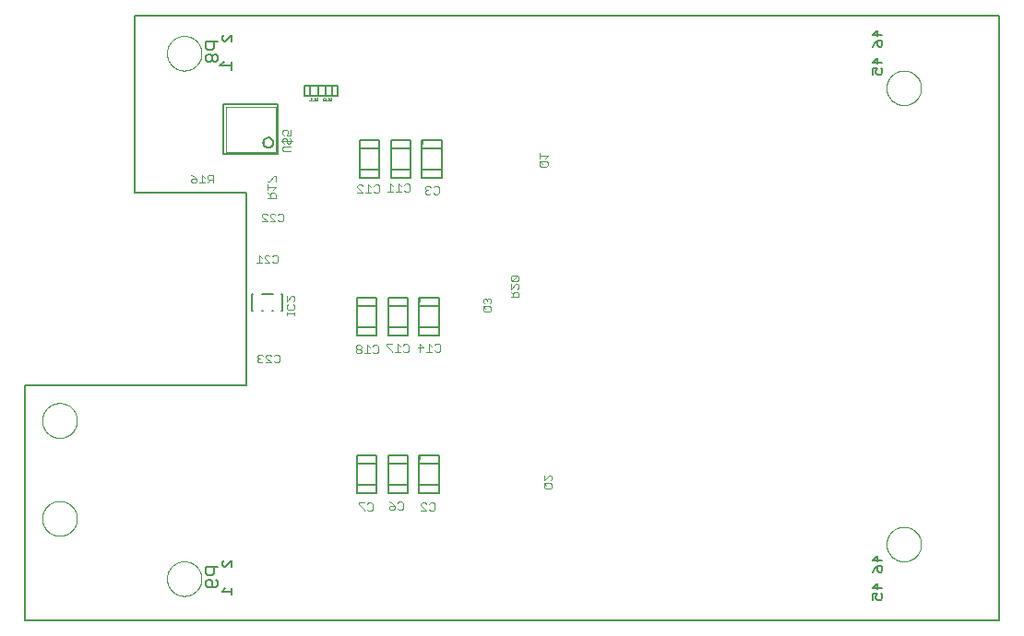
<source format=gbo>
G75*
%MOIN*%
%OFA0B0*%
%FSLAX25Y25*%
%IPPOS*%
%LPD*%
%AMOC8*
5,1,8,0,0,1.08239X$1,22.5*
%
%ADD10C,0.00500*%
%ADD11C,0.00000*%
%ADD12C,0.00800*%
%ADD13C,0.00600*%
%ADD14C,0.00200*%
%ADD15C,0.00300*%
%ADD16C,0.00100*%
D10*
X0026831Y0025600D02*
X0026831Y0110600D01*
X0106831Y0110600D01*
X0106831Y0180100D01*
X0066331Y0180100D01*
X0066331Y0244100D01*
X0378831Y0244100D01*
X0378831Y0025600D01*
X0026831Y0025600D01*
D11*
X0032996Y0062383D02*
X0032998Y0062541D01*
X0033004Y0062699D01*
X0033014Y0062857D01*
X0033028Y0063015D01*
X0033046Y0063172D01*
X0033067Y0063329D01*
X0033093Y0063485D01*
X0033123Y0063641D01*
X0033156Y0063796D01*
X0033194Y0063949D01*
X0033235Y0064102D01*
X0033280Y0064254D01*
X0033329Y0064405D01*
X0033382Y0064554D01*
X0033438Y0064702D01*
X0033498Y0064848D01*
X0033562Y0064993D01*
X0033630Y0065136D01*
X0033701Y0065278D01*
X0033775Y0065418D01*
X0033853Y0065555D01*
X0033935Y0065691D01*
X0034019Y0065825D01*
X0034108Y0065956D01*
X0034199Y0066085D01*
X0034294Y0066212D01*
X0034391Y0066337D01*
X0034492Y0066459D01*
X0034596Y0066578D01*
X0034703Y0066695D01*
X0034813Y0066809D01*
X0034926Y0066920D01*
X0035041Y0067029D01*
X0035159Y0067134D01*
X0035280Y0067236D01*
X0035403Y0067336D01*
X0035529Y0067432D01*
X0035657Y0067525D01*
X0035787Y0067615D01*
X0035920Y0067701D01*
X0036055Y0067785D01*
X0036191Y0067864D01*
X0036330Y0067941D01*
X0036471Y0068013D01*
X0036613Y0068083D01*
X0036757Y0068148D01*
X0036903Y0068210D01*
X0037050Y0068268D01*
X0037199Y0068323D01*
X0037349Y0068374D01*
X0037500Y0068421D01*
X0037652Y0068464D01*
X0037805Y0068503D01*
X0037960Y0068539D01*
X0038115Y0068570D01*
X0038271Y0068598D01*
X0038427Y0068622D01*
X0038584Y0068642D01*
X0038742Y0068658D01*
X0038899Y0068670D01*
X0039058Y0068678D01*
X0039216Y0068682D01*
X0039374Y0068682D01*
X0039532Y0068678D01*
X0039691Y0068670D01*
X0039848Y0068658D01*
X0040006Y0068642D01*
X0040163Y0068622D01*
X0040319Y0068598D01*
X0040475Y0068570D01*
X0040630Y0068539D01*
X0040785Y0068503D01*
X0040938Y0068464D01*
X0041090Y0068421D01*
X0041241Y0068374D01*
X0041391Y0068323D01*
X0041540Y0068268D01*
X0041687Y0068210D01*
X0041833Y0068148D01*
X0041977Y0068083D01*
X0042119Y0068013D01*
X0042260Y0067941D01*
X0042399Y0067864D01*
X0042535Y0067785D01*
X0042670Y0067701D01*
X0042803Y0067615D01*
X0042933Y0067525D01*
X0043061Y0067432D01*
X0043187Y0067336D01*
X0043310Y0067236D01*
X0043431Y0067134D01*
X0043549Y0067029D01*
X0043664Y0066920D01*
X0043777Y0066809D01*
X0043887Y0066695D01*
X0043994Y0066578D01*
X0044098Y0066459D01*
X0044199Y0066337D01*
X0044296Y0066212D01*
X0044391Y0066085D01*
X0044482Y0065956D01*
X0044571Y0065825D01*
X0044655Y0065691D01*
X0044737Y0065555D01*
X0044815Y0065418D01*
X0044889Y0065278D01*
X0044960Y0065136D01*
X0045028Y0064993D01*
X0045092Y0064848D01*
X0045152Y0064702D01*
X0045208Y0064554D01*
X0045261Y0064405D01*
X0045310Y0064254D01*
X0045355Y0064102D01*
X0045396Y0063949D01*
X0045434Y0063796D01*
X0045467Y0063641D01*
X0045497Y0063485D01*
X0045523Y0063329D01*
X0045544Y0063172D01*
X0045562Y0063015D01*
X0045576Y0062857D01*
X0045586Y0062699D01*
X0045592Y0062541D01*
X0045594Y0062383D01*
X0045592Y0062225D01*
X0045586Y0062067D01*
X0045576Y0061909D01*
X0045562Y0061751D01*
X0045544Y0061594D01*
X0045523Y0061437D01*
X0045497Y0061281D01*
X0045467Y0061125D01*
X0045434Y0060970D01*
X0045396Y0060817D01*
X0045355Y0060664D01*
X0045310Y0060512D01*
X0045261Y0060361D01*
X0045208Y0060212D01*
X0045152Y0060064D01*
X0045092Y0059918D01*
X0045028Y0059773D01*
X0044960Y0059630D01*
X0044889Y0059488D01*
X0044815Y0059348D01*
X0044737Y0059211D01*
X0044655Y0059075D01*
X0044571Y0058941D01*
X0044482Y0058810D01*
X0044391Y0058681D01*
X0044296Y0058554D01*
X0044199Y0058429D01*
X0044098Y0058307D01*
X0043994Y0058188D01*
X0043887Y0058071D01*
X0043777Y0057957D01*
X0043664Y0057846D01*
X0043549Y0057737D01*
X0043431Y0057632D01*
X0043310Y0057530D01*
X0043187Y0057430D01*
X0043061Y0057334D01*
X0042933Y0057241D01*
X0042803Y0057151D01*
X0042670Y0057065D01*
X0042535Y0056981D01*
X0042399Y0056902D01*
X0042260Y0056825D01*
X0042119Y0056753D01*
X0041977Y0056683D01*
X0041833Y0056618D01*
X0041687Y0056556D01*
X0041540Y0056498D01*
X0041391Y0056443D01*
X0041241Y0056392D01*
X0041090Y0056345D01*
X0040938Y0056302D01*
X0040785Y0056263D01*
X0040630Y0056227D01*
X0040475Y0056196D01*
X0040319Y0056168D01*
X0040163Y0056144D01*
X0040006Y0056124D01*
X0039848Y0056108D01*
X0039691Y0056096D01*
X0039532Y0056088D01*
X0039374Y0056084D01*
X0039216Y0056084D01*
X0039058Y0056088D01*
X0038899Y0056096D01*
X0038742Y0056108D01*
X0038584Y0056124D01*
X0038427Y0056144D01*
X0038271Y0056168D01*
X0038115Y0056196D01*
X0037960Y0056227D01*
X0037805Y0056263D01*
X0037652Y0056302D01*
X0037500Y0056345D01*
X0037349Y0056392D01*
X0037199Y0056443D01*
X0037050Y0056498D01*
X0036903Y0056556D01*
X0036757Y0056618D01*
X0036613Y0056683D01*
X0036471Y0056753D01*
X0036330Y0056825D01*
X0036191Y0056902D01*
X0036055Y0056981D01*
X0035920Y0057065D01*
X0035787Y0057151D01*
X0035657Y0057241D01*
X0035529Y0057334D01*
X0035403Y0057430D01*
X0035280Y0057530D01*
X0035159Y0057632D01*
X0035041Y0057737D01*
X0034926Y0057846D01*
X0034813Y0057957D01*
X0034703Y0058071D01*
X0034596Y0058188D01*
X0034492Y0058307D01*
X0034391Y0058429D01*
X0034294Y0058554D01*
X0034199Y0058681D01*
X0034108Y0058810D01*
X0034019Y0058941D01*
X0033935Y0059075D01*
X0033853Y0059211D01*
X0033775Y0059348D01*
X0033701Y0059488D01*
X0033630Y0059630D01*
X0033562Y0059773D01*
X0033498Y0059918D01*
X0033438Y0060064D01*
X0033382Y0060212D01*
X0033329Y0060361D01*
X0033280Y0060512D01*
X0033235Y0060664D01*
X0033194Y0060817D01*
X0033156Y0060970D01*
X0033123Y0061125D01*
X0033093Y0061281D01*
X0033067Y0061437D01*
X0033046Y0061594D01*
X0033028Y0061751D01*
X0033014Y0061909D01*
X0033004Y0062067D01*
X0032998Y0062225D01*
X0032996Y0062383D01*
X0078081Y0040600D02*
X0078083Y0040758D01*
X0078089Y0040915D01*
X0078099Y0041073D01*
X0078113Y0041230D01*
X0078131Y0041386D01*
X0078152Y0041543D01*
X0078178Y0041698D01*
X0078208Y0041853D01*
X0078241Y0042007D01*
X0078279Y0042160D01*
X0078320Y0042313D01*
X0078365Y0042464D01*
X0078414Y0042614D01*
X0078467Y0042762D01*
X0078523Y0042910D01*
X0078584Y0043055D01*
X0078647Y0043200D01*
X0078715Y0043342D01*
X0078786Y0043483D01*
X0078860Y0043622D01*
X0078938Y0043759D01*
X0079020Y0043894D01*
X0079104Y0044027D01*
X0079193Y0044158D01*
X0079284Y0044286D01*
X0079379Y0044413D01*
X0079476Y0044536D01*
X0079577Y0044658D01*
X0079681Y0044776D01*
X0079788Y0044892D01*
X0079898Y0045005D01*
X0080010Y0045116D01*
X0080126Y0045223D01*
X0080244Y0045328D01*
X0080364Y0045430D01*
X0080487Y0045528D01*
X0080613Y0045624D01*
X0080741Y0045716D01*
X0080871Y0045805D01*
X0081003Y0045891D01*
X0081138Y0045973D01*
X0081275Y0046052D01*
X0081413Y0046127D01*
X0081553Y0046199D01*
X0081696Y0046267D01*
X0081839Y0046332D01*
X0081985Y0046393D01*
X0082132Y0046450D01*
X0082280Y0046504D01*
X0082430Y0046554D01*
X0082580Y0046600D01*
X0082732Y0046642D01*
X0082885Y0046681D01*
X0083039Y0046715D01*
X0083194Y0046746D01*
X0083349Y0046772D01*
X0083505Y0046795D01*
X0083662Y0046814D01*
X0083819Y0046829D01*
X0083976Y0046840D01*
X0084134Y0046847D01*
X0084292Y0046850D01*
X0084449Y0046849D01*
X0084607Y0046844D01*
X0084764Y0046835D01*
X0084922Y0046822D01*
X0085078Y0046805D01*
X0085235Y0046784D01*
X0085390Y0046760D01*
X0085545Y0046731D01*
X0085700Y0046698D01*
X0085853Y0046662D01*
X0086006Y0046621D01*
X0086157Y0046577D01*
X0086307Y0046529D01*
X0086456Y0046478D01*
X0086604Y0046422D01*
X0086750Y0046363D01*
X0086895Y0046300D01*
X0087038Y0046233D01*
X0087179Y0046163D01*
X0087318Y0046090D01*
X0087456Y0046013D01*
X0087592Y0045932D01*
X0087725Y0045848D01*
X0087856Y0045761D01*
X0087985Y0045670D01*
X0088112Y0045576D01*
X0088237Y0045479D01*
X0088358Y0045379D01*
X0088478Y0045276D01*
X0088594Y0045170D01*
X0088708Y0045061D01*
X0088820Y0044949D01*
X0088928Y0044835D01*
X0089033Y0044717D01*
X0089136Y0044597D01*
X0089235Y0044475D01*
X0089331Y0044350D01*
X0089424Y0044222D01*
X0089514Y0044093D01*
X0089600Y0043961D01*
X0089684Y0043827D01*
X0089763Y0043691D01*
X0089840Y0043553D01*
X0089912Y0043413D01*
X0089981Y0043271D01*
X0090047Y0043128D01*
X0090109Y0042983D01*
X0090167Y0042836D01*
X0090222Y0042688D01*
X0090273Y0042539D01*
X0090320Y0042388D01*
X0090363Y0042237D01*
X0090402Y0042084D01*
X0090438Y0041930D01*
X0090469Y0041776D01*
X0090497Y0041621D01*
X0090521Y0041465D01*
X0090541Y0041308D01*
X0090557Y0041151D01*
X0090569Y0040994D01*
X0090577Y0040837D01*
X0090581Y0040679D01*
X0090581Y0040521D01*
X0090577Y0040363D01*
X0090569Y0040206D01*
X0090557Y0040049D01*
X0090541Y0039892D01*
X0090521Y0039735D01*
X0090497Y0039579D01*
X0090469Y0039424D01*
X0090438Y0039270D01*
X0090402Y0039116D01*
X0090363Y0038963D01*
X0090320Y0038812D01*
X0090273Y0038661D01*
X0090222Y0038512D01*
X0090167Y0038364D01*
X0090109Y0038217D01*
X0090047Y0038072D01*
X0089981Y0037929D01*
X0089912Y0037787D01*
X0089840Y0037647D01*
X0089763Y0037509D01*
X0089684Y0037373D01*
X0089600Y0037239D01*
X0089514Y0037107D01*
X0089424Y0036978D01*
X0089331Y0036850D01*
X0089235Y0036725D01*
X0089136Y0036603D01*
X0089033Y0036483D01*
X0088928Y0036365D01*
X0088820Y0036251D01*
X0088708Y0036139D01*
X0088594Y0036030D01*
X0088478Y0035924D01*
X0088358Y0035821D01*
X0088237Y0035721D01*
X0088112Y0035624D01*
X0087985Y0035530D01*
X0087856Y0035439D01*
X0087725Y0035352D01*
X0087592Y0035268D01*
X0087456Y0035187D01*
X0087318Y0035110D01*
X0087179Y0035037D01*
X0087038Y0034967D01*
X0086895Y0034900D01*
X0086750Y0034837D01*
X0086604Y0034778D01*
X0086456Y0034722D01*
X0086307Y0034671D01*
X0086157Y0034623D01*
X0086006Y0034579D01*
X0085853Y0034538D01*
X0085700Y0034502D01*
X0085545Y0034469D01*
X0085390Y0034440D01*
X0085235Y0034416D01*
X0085078Y0034395D01*
X0084922Y0034378D01*
X0084764Y0034365D01*
X0084607Y0034356D01*
X0084449Y0034351D01*
X0084292Y0034350D01*
X0084134Y0034353D01*
X0083976Y0034360D01*
X0083819Y0034371D01*
X0083662Y0034386D01*
X0083505Y0034405D01*
X0083349Y0034428D01*
X0083194Y0034454D01*
X0083039Y0034485D01*
X0082885Y0034519D01*
X0082732Y0034558D01*
X0082580Y0034600D01*
X0082430Y0034646D01*
X0082280Y0034696D01*
X0082132Y0034750D01*
X0081985Y0034807D01*
X0081839Y0034868D01*
X0081696Y0034933D01*
X0081553Y0035001D01*
X0081413Y0035073D01*
X0081275Y0035148D01*
X0081138Y0035227D01*
X0081003Y0035309D01*
X0080871Y0035395D01*
X0080741Y0035484D01*
X0080613Y0035576D01*
X0080487Y0035672D01*
X0080364Y0035770D01*
X0080244Y0035872D01*
X0080126Y0035977D01*
X0080010Y0036084D01*
X0079898Y0036195D01*
X0079788Y0036308D01*
X0079681Y0036424D01*
X0079577Y0036542D01*
X0079476Y0036664D01*
X0079379Y0036787D01*
X0079284Y0036914D01*
X0079193Y0037042D01*
X0079104Y0037173D01*
X0079020Y0037306D01*
X0078938Y0037441D01*
X0078860Y0037578D01*
X0078786Y0037717D01*
X0078715Y0037858D01*
X0078647Y0038000D01*
X0078584Y0038145D01*
X0078523Y0038290D01*
X0078467Y0038438D01*
X0078414Y0038586D01*
X0078365Y0038736D01*
X0078320Y0038887D01*
X0078279Y0039040D01*
X0078241Y0039193D01*
X0078208Y0039347D01*
X0078178Y0039502D01*
X0078152Y0039657D01*
X0078131Y0039814D01*
X0078113Y0039970D01*
X0078099Y0040127D01*
X0078089Y0040285D01*
X0078083Y0040442D01*
X0078081Y0040600D01*
X0032996Y0097817D02*
X0032998Y0097975D01*
X0033004Y0098133D01*
X0033014Y0098291D01*
X0033028Y0098449D01*
X0033046Y0098606D01*
X0033067Y0098763D01*
X0033093Y0098919D01*
X0033123Y0099075D01*
X0033156Y0099230D01*
X0033194Y0099383D01*
X0033235Y0099536D01*
X0033280Y0099688D01*
X0033329Y0099839D01*
X0033382Y0099988D01*
X0033438Y0100136D01*
X0033498Y0100282D01*
X0033562Y0100427D01*
X0033630Y0100570D01*
X0033701Y0100712D01*
X0033775Y0100852D01*
X0033853Y0100989D01*
X0033935Y0101125D01*
X0034019Y0101259D01*
X0034108Y0101390D01*
X0034199Y0101519D01*
X0034294Y0101646D01*
X0034391Y0101771D01*
X0034492Y0101893D01*
X0034596Y0102012D01*
X0034703Y0102129D01*
X0034813Y0102243D01*
X0034926Y0102354D01*
X0035041Y0102463D01*
X0035159Y0102568D01*
X0035280Y0102670D01*
X0035403Y0102770D01*
X0035529Y0102866D01*
X0035657Y0102959D01*
X0035787Y0103049D01*
X0035920Y0103135D01*
X0036055Y0103219D01*
X0036191Y0103298D01*
X0036330Y0103375D01*
X0036471Y0103447D01*
X0036613Y0103517D01*
X0036757Y0103582D01*
X0036903Y0103644D01*
X0037050Y0103702D01*
X0037199Y0103757D01*
X0037349Y0103808D01*
X0037500Y0103855D01*
X0037652Y0103898D01*
X0037805Y0103937D01*
X0037960Y0103973D01*
X0038115Y0104004D01*
X0038271Y0104032D01*
X0038427Y0104056D01*
X0038584Y0104076D01*
X0038742Y0104092D01*
X0038899Y0104104D01*
X0039058Y0104112D01*
X0039216Y0104116D01*
X0039374Y0104116D01*
X0039532Y0104112D01*
X0039691Y0104104D01*
X0039848Y0104092D01*
X0040006Y0104076D01*
X0040163Y0104056D01*
X0040319Y0104032D01*
X0040475Y0104004D01*
X0040630Y0103973D01*
X0040785Y0103937D01*
X0040938Y0103898D01*
X0041090Y0103855D01*
X0041241Y0103808D01*
X0041391Y0103757D01*
X0041540Y0103702D01*
X0041687Y0103644D01*
X0041833Y0103582D01*
X0041977Y0103517D01*
X0042119Y0103447D01*
X0042260Y0103375D01*
X0042399Y0103298D01*
X0042535Y0103219D01*
X0042670Y0103135D01*
X0042803Y0103049D01*
X0042933Y0102959D01*
X0043061Y0102866D01*
X0043187Y0102770D01*
X0043310Y0102670D01*
X0043431Y0102568D01*
X0043549Y0102463D01*
X0043664Y0102354D01*
X0043777Y0102243D01*
X0043887Y0102129D01*
X0043994Y0102012D01*
X0044098Y0101893D01*
X0044199Y0101771D01*
X0044296Y0101646D01*
X0044391Y0101519D01*
X0044482Y0101390D01*
X0044571Y0101259D01*
X0044655Y0101125D01*
X0044737Y0100989D01*
X0044815Y0100852D01*
X0044889Y0100712D01*
X0044960Y0100570D01*
X0045028Y0100427D01*
X0045092Y0100282D01*
X0045152Y0100136D01*
X0045208Y0099988D01*
X0045261Y0099839D01*
X0045310Y0099688D01*
X0045355Y0099536D01*
X0045396Y0099383D01*
X0045434Y0099230D01*
X0045467Y0099075D01*
X0045497Y0098919D01*
X0045523Y0098763D01*
X0045544Y0098606D01*
X0045562Y0098449D01*
X0045576Y0098291D01*
X0045586Y0098133D01*
X0045592Y0097975D01*
X0045594Y0097817D01*
X0045592Y0097659D01*
X0045586Y0097501D01*
X0045576Y0097343D01*
X0045562Y0097185D01*
X0045544Y0097028D01*
X0045523Y0096871D01*
X0045497Y0096715D01*
X0045467Y0096559D01*
X0045434Y0096404D01*
X0045396Y0096251D01*
X0045355Y0096098D01*
X0045310Y0095946D01*
X0045261Y0095795D01*
X0045208Y0095646D01*
X0045152Y0095498D01*
X0045092Y0095352D01*
X0045028Y0095207D01*
X0044960Y0095064D01*
X0044889Y0094922D01*
X0044815Y0094782D01*
X0044737Y0094645D01*
X0044655Y0094509D01*
X0044571Y0094375D01*
X0044482Y0094244D01*
X0044391Y0094115D01*
X0044296Y0093988D01*
X0044199Y0093863D01*
X0044098Y0093741D01*
X0043994Y0093622D01*
X0043887Y0093505D01*
X0043777Y0093391D01*
X0043664Y0093280D01*
X0043549Y0093171D01*
X0043431Y0093066D01*
X0043310Y0092964D01*
X0043187Y0092864D01*
X0043061Y0092768D01*
X0042933Y0092675D01*
X0042803Y0092585D01*
X0042670Y0092499D01*
X0042535Y0092415D01*
X0042399Y0092336D01*
X0042260Y0092259D01*
X0042119Y0092187D01*
X0041977Y0092117D01*
X0041833Y0092052D01*
X0041687Y0091990D01*
X0041540Y0091932D01*
X0041391Y0091877D01*
X0041241Y0091826D01*
X0041090Y0091779D01*
X0040938Y0091736D01*
X0040785Y0091697D01*
X0040630Y0091661D01*
X0040475Y0091630D01*
X0040319Y0091602D01*
X0040163Y0091578D01*
X0040006Y0091558D01*
X0039848Y0091542D01*
X0039691Y0091530D01*
X0039532Y0091522D01*
X0039374Y0091518D01*
X0039216Y0091518D01*
X0039058Y0091522D01*
X0038899Y0091530D01*
X0038742Y0091542D01*
X0038584Y0091558D01*
X0038427Y0091578D01*
X0038271Y0091602D01*
X0038115Y0091630D01*
X0037960Y0091661D01*
X0037805Y0091697D01*
X0037652Y0091736D01*
X0037500Y0091779D01*
X0037349Y0091826D01*
X0037199Y0091877D01*
X0037050Y0091932D01*
X0036903Y0091990D01*
X0036757Y0092052D01*
X0036613Y0092117D01*
X0036471Y0092187D01*
X0036330Y0092259D01*
X0036191Y0092336D01*
X0036055Y0092415D01*
X0035920Y0092499D01*
X0035787Y0092585D01*
X0035657Y0092675D01*
X0035529Y0092768D01*
X0035403Y0092864D01*
X0035280Y0092964D01*
X0035159Y0093066D01*
X0035041Y0093171D01*
X0034926Y0093280D01*
X0034813Y0093391D01*
X0034703Y0093505D01*
X0034596Y0093622D01*
X0034492Y0093741D01*
X0034391Y0093863D01*
X0034294Y0093988D01*
X0034199Y0094115D01*
X0034108Y0094244D01*
X0034019Y0094375D01*
X0033935Y0094509D01*
X0033853Y0094645D01*
X0033775Y0094782D01*
X0033701Y0094922D01*
X0033630Y0095064D01*
X0033562Y0095207D01*
X0033498Y0095352D01*
X0033438Y0095498D01*
X0033382Y0095646D01*
X0033329Y0095795D01*
X0033280Y0095946D01*
X0033235Y0096098D01*
X0033194Y0096251D01*
X0033156Y0096404D01*
X0033123Y0096559D01*
X0033093Y0096715D01*
X0033067Y0096871D01*
X0033046Y0097028D01*
X0033028Y0097185D01*
X0033014Y0097343D01*
X0033004Y0097501D01*
X0032998Y0097659D01*
X0032996Y0097817D01*
X0078081Y0230600D02*
X0078083Y0230758D01*
X0078089Y0230915D01*
X0078099Y0231073D01*
X0078113Y0231230D01*
X0078131Y0231386D01*
X0078152Y0231543D01*
X0078178Y0231698D01*
X0078208Y0231853D01*
X0078241Y0232007D01*
X0078279Y0232160D01*
X0078320Y0232313D01*
X0078365Y0232464D01*
X0078414Y0232614D01*
X0078467Y0232762D01*
X0078523Y0232910D01*
X0078584Y0233055D01*
X0078647Y0233200D01*
X0078715Y0233342D01*
X0078786Y0233483D01*
X0078860Y0233622D01*
X0078938Y0233759D01*
X0079020Y0233894D01*
X0079104Y0234027D01*
X0079193Y0234158D01*
X0079284Y0234286D01*
X0079379Y0234413D01*
X0079476Y0234536D01*
X0079577Y0234658D01*
X0079681Y0234776D01*
X0079788Y0234892D01*
X0079898Y0235005D01*
X0080010Y0235116D01*
X0080126Y0235223D01*
X0080244Y0235328D01*
X0080364Y0235430D01*
X0080487Y0235528D01*
X0080613Y0235624D01*
X0080741Y0235716D01*
X0080871Y0235805D01*
X0081003Y0235891D01*
X0081138Y0235973D01*
X0081275Y0236052D01*
X0081413Y0236127D01*
X0081553Y0236199D01*
X0081696Y0236267D01*
X0081839Y0236332D01*
X0081985Y0236393D01*
X0082132Y0236450D01*
X0082280Y0236504D01*
X0082430Y0236554D01*
X0082580Y0236600D01*
X0082732Y0236642D01*
X0082885Y0236681D01*
X0083039Y0236715D01*
X0083194Y0236746D01*
X0083349Y0236772D01*
X0083505Y0236795D01*
X0083662Y0236814D01*
X0083819Y0236829D01*
X0083976Y0236840D01*
X0084134Y0236847D01*
X0084292Y0236850D01*
X0084449Y0236849D01*
X0084607Y0236844D01*
X0084764Y0236835D01*
X0084922Y0236822D01*
X0085078Y0236805D01*
X0085235Y0236784D01*
X0085390Y0236760D01*
X0085545Y0236731D01*
X0085700Y0236698D01*
X0085853Y0236662D01*
X0086006Y0236621D01*
X0086157Y0236577D01*
X0086307Y0236529D01*
X0086456Y0236478D01*
X0086604Y0236422D01*
X0086750Y0236363D01*
X0086895Y0236300D01*
X0087038Y0236233D01*
X0087179Y0236163D01*
X0087318Y0236090D01*
X0087456Y0236013D01*
X0087592Y0235932D01*
X0087725Y0235848D01*
X0087856Y0235761D01*
X0087985Y0235670D01*
X0088112Y0235576D01*
X0088237Y0235479D01*
X0088358Y0235379D01*
X0088478Y0235276D01*
X0088594Y0235170D01*
X0088708Y0235061D01*
X0088820Y0234949D01*
X0088928Y0234835D01*
X0089033Y0234717D01*
X0089136Y0234597D01*
X0089235Y0234475D01*
X0089331Y0234350D01*
X0089424Y0234222D01*
X0089514Y0234093D01*
X0089600Y0233961D01*
X0089684Y0233827D01*
X0089763Y0233691D01*
X0089840Y0233553D01*
X0089912Y0233413D01*
X0089981Y0233271D01*
X0090047Y0233128D01*
X0090109Y0232983D01*
X0090167Y0232836D01*
X0090222Y0232688D01*
X0090273Y0232539D01*
X0090320Y0232388D01*
X0090363Y0232237D01*
X0090402Y0232084D01*
X0090438Y0231930D01*
X0090469Y0231776D01*
X0090497Y0231621D01*
X0090521Y0231465D01*
X0090541Y0231308D01*
X0090557Y0231151D01*
X0090569Y0230994D01*
X0090577Y0230837D01*
X0090581Y0230679D01*
X0090581Y0230521D01*
X0090577Y0230363D01*
X0090569Y0230206D01*
X0090557Y0230049D01*
X0090541Y0229892D01*
X0090521Y0229735D01*
X0090497Y0229579D01*
X0090469Y0229424D01*
X0090438Y0229270D01*
X0090402Y0229116D01*
X0090363Y0228963D01*
X0090320Y0228812D01*
X0090273Y0228661D01*
X0090222Y0228512D01*
X0090167Y0228364D01*
X0090109Y0228217D01*
X0090047Y0228072D01*
X0089981Y0227929D01*
X0089912Y0227787D01*
X0089840Y0227647D01*
X0089763Y0227509D01*
X0089684Y0227373D01*
X0089600Y0227239D01*
X0089514Y0227107D01*
X0089424Y0226978D01*
X0089331Y0226850D01*
X0089235Y0226725D01*
X0089136Y0226603D01*
X0089033Y0226483D01*
X0088928Y0226365D01*
X0088820Y0226251D01*
X0088708Y0226139D01*
X0088594Y0226030D01*
X0088478Y0225924D01*
X0088358Y0225821D01*
X0088237Y0225721D01*
X0088112Y0225624D01*
X0087985Y0225530D01*
X0087856Y0225439D01*
X0087725Y0225352D01*
X0087592Y0225268D01*
X0087456Y0225187D01*
X0087318Y0225110D01*
X0087179Y0225037D01*
X0087038Y0224967D01*
X0086895Y0224900D01*
X0086750Y0224837D01*
X0086604Y0224778D01*
X0086456Y0224722D01*
X0086307Y0224671D01*
X0086157Y0224623D01*
X0086006Y0224579D01*
X0085853Y0224538D01*
X0085700Y0224502D01*
X0085545Y0224469D01*
X0085390Y0224440D01*
X0085235Y0224416D01*
X0085078Y0224395D01*
X0084922Y0224378D01*
X0084764Y0224365D01*
X0084607Y0224356D01*
X0084449Y0224351D01*
X0084292Y0224350D01*
X0084134Y0224353D01*
X0083976Y0224360D01*
X0083819Y0224371D01*
X0083662Y0224386D01*
X0083505Y0224405D01*
X0083349Y0224428D01*
X0083194Y0224454D01*
X0083039Y0224485D01*
X0082885Y0224519D01*
X0082732Y0224558D01*
X0082580Y0224600D01*
X0082430Y0224646D01*
X0082280Y0224696D01*
X0082132Y0224750D01*
X0081985Y0224807D01*
X0081839Y0224868D01*
X0081696Y0224933D01*
X0081553Y0225001D01*
X0081413Y0225073D01*
X0081275Y0225148D01*
X0081138Y0225227D01*
X0081003Y0225309D01*
X0080871Y0225395D01*
X0080741Y0225484D01*
X0080613Y0225576D01*
X0080487Y0225672D01*
X0080364Y0225770D01*
X0080244Y0225872D01*
X0080126Y0225977D01*
X0080010Y0226084D01*
X0079898Y0226195D01*
X0079788Y0226308D01*
X0079681Y0226424D01*
X0079577Y0226542D01*
X0079476Y0226664D01*
X0079379Y0226787D01*
X0079284Y0226914D01*
X0079193Y0227042D01*
X0079104Y0227173D01*
X0079020Y0227306D01*
X0078938Y0227441D01*
X0078860Y0227578D01*
X0078786Y0227717D01*
X0078715Y0227858D01*
X0078647Y0228000D01*
X0078584Y0228145D01*
X0078523Y0228290D01*
X0078467Y0228438D01*
X0078414Y0228586D01*
X0078365Y0228736D01*
X0078320Y0228887D01*
X0078279Y0229040D01*
X0078241Y0229193D01*
X0078208Y0229347D01*
X0078178Y0229502D01*
X0078152Y0229657D01*
X0078131Y0229814D01*
X0078113Y0229970D01*
X0078099Y0230127D01*
X0078089Y0230285D01*
X0078083Y0230442D01*
X0078081Y0230600D01*
X0338081Y0218100D02*
X0338083Y0218258D01*
X0338089Y0218415D01*
X0338099Y0218573D01*
X0338113Y0218730D01*
X0338131Y0218886D01*
X0338152Y0219043D01*
X0338178Y0219198D01*
X0338208Y0219353D01*
X0338241Y0219507D01*
X0338279Y0219660D01*
X0338320Y0219813D01*
X0338365Y0219964D01*
X0338414Y0220114D01*
X0338467Y0220262D01*
X0338523Y0220410D01*
X0338584Y0220555D01*
X0338647Y0220700D01*
X0338715Y0220842D01*
X0338786Y0220983D01*
X0338860Y0221122D01*
X0338938Y0221259D01*
X0339020Y0221394D01*
X0339104Y0221527D01*
X0339193Y0221658D01*
X0339284Y0221786D01*
X0339379Y0221913D01*
X0339476Y0222036D01*
X0339577Y0222158D01*
X0339681Y0222276D01*
X0339788Y0222392D01*
X0339898Y0222505D01*
X0340010Y0222616D01*
X0340126Y0222723D01*
X0340244Y0222828D01*
X0340364Y0222930D01*
X0340487Y0223028D01*
X0340613Y0223124D01*
X0340741Y0223216D01*
X0340871Y0223305D01*
X0341003Y0223391D01*
X0341138Y0223473D01*
X0341275Y0223552D01*
X0341413Y0223627D01*
X0341553Y0223699D01*
X0341696Y0223767D01*
X0341839Y0223832D01*
X0341985Y0223893D01*
X0342132Y0223950D01*
X0342280Y0224004D01*
X0342430Y0224054D01*
X0342580Y0224100D01*
X0342732Y0224142D01*
X0342885Y0224181D01*
X0343039Y0224215D01*
X0343194Y0224246D01*
X0343349Y0224272D01*
X0343505Y0224295D01*
X0343662Y0224314D01*
X0343819Y0224329D01*
X0343976Y0224340D01*
X0344134Y0224347D01*
X0344292Y0224350D01*
X0344449Y0224349D01*
X0344607Y0224344D01*
X0344764Y0224335D01*
X0344922Y0224322D01*
X0345078Y0224305D01*
X0345235Y0224284D01*
X0345390Y0224260D01*
X0345545Y0224231D01*
X0345700Y0224198D01*
X0345853Y0224162D01*
X0346006Y0224121D01*
X0346157Y0224077D01*
X0346307Y0224029D01*
X0346456Y0223978D01*
X0346604Y0223922D01*
X0346750Y0223863D01*
X0346895Y0223800D01*
X0347038Y0223733D01*
X0347179Y0223663D01*
X0347318Y0223590D01*
X0347456Y0223513D01*
X0347592Y0223432D01*
X0347725Y0223348D01*
X0347856Y0223261D01*
X0347985Y0223170D01*
X0348112Y0223076D01*
X0348237Y0222979D01*
X0348358Y0222879D01*
X0348478Y0222776D01*
X0348594Y0222670D01*
X0348708Y0222561D01*
X0348820Y0222449D01*
X0348928Y0222335D01*
X0349033Y0222217D01*
X0349136Y0222097D01*
X0349235Y0221975D01*
X0349331Y0221850D01*
X0349424Y0221722D01*
X0349514Y0221593D01*
X0349600Y0221461D01*
X0349684Y0221327D01*
X0349763Y0221191D01*
X0349840Y0221053D01*
X0349912Y0220913D01*
X0349981Y0220771D01*
X0350047Y0220628D01*
X0350109Y0220483D01*
X0350167Y0220336D01*
X0350222Y0220188D01*
X0350273Y0220039D01*
X0350320Y0219888D01*
X0350363Y0219737D01*
X0350402Y0219584D01*
X0350438Y0219430D01*
X0350469Y0219276D01*
X0350497Y0219121D01*
X0350521Y0218965D01*
X0350541Y0218808D01*
X0350557Y0218651D01*
X0350569Y0218494D01*
X0350577Y0218337D01*
X0350581Y0218179D01*
X0350581Y0218021D01*
X0350577Y0217863D01*
X0350569Y0217706D01*
X0350557Y0217549D01*
X0350541Y0217392D01*
X0350521Y0217235D01*
X0350497Y0217079D01*
X0350469Y0216924D01*
X0350438Y0216770D01*
X0350402Y0216616D01*
X0350363Y0216463D01*
X0350320Y0216312D01*
X0350273Y0216161D01*
X0350222Y0216012D01*
X0350167Y0215864D01*
X0350109Y0215717D01*
X0350047Y0215572D01*
X0349981Y0215429D01*
X0349912Y0215287D01*
X0349840Y0215147D01*
X0349763Y0215009D01*
X0349684Y0214873D01*
X0349600Y0214739D01*
X0349514Y0214607D01*
X0349424Y0214478D01*
X0349331Y0214350D01*
X0349235Y0214225D01*
X0349136Y0214103D01*
X0349033Y0213983D01*
X0348928Y0213865D01*
X0348820Y0213751D01*
X0348708Y0213639D01*
X0348594Y0213530D01*
X0348478Y0213424D01*
X0348358Y0213321D01*
X0348237Y0213221D01*
X0348112Y0213124D01*
X0347985Y0213030D01*
X0347856Y0212939D01*
X0347725Y0212852D01*
X0347592Y0212768D01*
X0347456Y0212687D01*
X0347318Y0212610D01*
X0347179Y0212537D01*
X0347038Y0212467D01*
X0346895Y0212400D01*
X0346750Y0212337D01*
X0346604Y0212278D01*
X0346456Y0212222D01*
X0346307Y0212171D01*
X0346157Y0212123D01*
X0346006Y0212079D01*
X0345853Y0212038D01*
X0345700Y0212002D01*
X0345545Y0211969D01*
X0345390Y0211940D01*
X0345235Y0211916D01*
X0345078Y0211895D01*
X0344922Y0211878D01*
X0344764Y0211865D01*
X0344607Y0211856D01*
X0344449Y0211851D01*
X0344292Y0211850D01*
X0344134Y0211853D01*
X0343976Y0211860D01*
X0343819Y0211871D01*
X0343662Y0211886D01*
X0343505Y0211905D01*
X0343349Y0211928D01*
X0343194Y0211954D01*
X0343039Y0211985D01*
X0342885Y0212019D01*
X0342732Y0212058D01*
X0342580Y0212100D01*
X0342430Y0212146D01*
X0342280Y0212196D01*
X0342132Y0212250D01*
X0341985Y0212307D01*
X0341839Y0212368D01*
X0341696Y0212433D01*
X0341553Y0212501D01*
X0341413Y0212573D01*
X0341275Y0212648D01*
X0341138Y0212727D01*
X0341003Y0212809D01*
X0340871Y0212895D01*
X0340741Y0212984D01*
X0340613Y0213076D01*
X0340487Y0213172D01*
X0340364Y0213270D01*
X0340244Y0213372D01*
X0340126Y0213477D01*
X0340010Y0213584D01*
X0339898Y0213695D01*
X0339788Y0213808D01*
X0339681Y0213924D01*
X0339577Y0214042D01*
X0339476Y0214164D01*
X0339379Y0214287D01*
X0339284Y0214414D01*
X0339193Y0214542D01*
X0339104Y0214673D01*
X0339020Y0214806D01*
X0338938Y0214941D01*
X0338860Y0215078D01*
X0338786Y0215217D01*
X0338715Y0215358D01*
X0338647Y0215500D01*
X0338584Y0215645D01*
X0338523Y0215790D01*
X0338467Y0215938D01*
X0338414Y0216086D01*
X0338365Y0216236D01*
X0338320Y0216387D01*
X0338279Y0216540D01*
X0338241Y0216693D01*
X0338208Y0216847D01*
X0338178Y0217002D01*
X0338152Y0217157D01*
X0338131Y0217314D01*
X0338113Y0217470D01*
X0338099Y0217627D01*
X0338089Y0217785D01*
X0338083Y0217942D01*
X0338081Y0218100D01*
X0338081Y0053100D02*
X0338083Y0053258D01*
X0338089Y0053415D01*
X0338099Y0053573D01*
X0338113Y0053730D01*
X0338131Y0053886D01*
X0338152Y0054043D01*
X0338178Y0054198D01*
X0338208Y0054353D01*
X0338241Y0054507D01*
X0338279Y0054660D01*
X0338320Y0054813D01*
X0338365Y0054964D01*
X0338414Y0055114D01*
X0338467Y0055262D01*
X0338523Y0055410D01*
X0338584Y0055555D01*
X0338647Y0055700D01*
X0338715Y0055842D01*
X0338786Y0055983D01*
X0338860Y0056122D01*
X0338938Y0056259D01*
X0339020Y0056394D01*
X0339104Y0056527D01*
X0339193Y0056658D01*
X0339284Y0056786D01*
X0339379Y0056913D01*
X0339476Y0057036D01*
X0339577Y0057158D01*
X0339681Y0057276D01*
X0339788Y0057392D01*
X0339898Y0057505D01*
X0340010Y0057616D01*
X0340126Y0057723D01*
X0340244Y0057828D01*
X0340364Y0057930D01*
X0340487Y0058028D01*
X0340613Y0058124D01*
X0340741Y0058216D01*
X0340871Y0058305D01*
X0341003Y0058391D01*
X0341138Y0058473D01*
X0341275Y0058552D01*
X0341413Y0058627D01*
X0341553Y0058699D01*
X0341696Y0058767D01*
X0341839Y0058832D01*
X0341985Y0058893D01*
X0342132Y0058950D01*
X0342280Y0059004D01*
X0342430Y0059054D01*
X0342580Y0059100D01*
X0342732Y0059142D01*
X0342885Y0059181D01*
X0343039Y0059215D01*
X0343194Y0059246D01*
X0343349Y0059272D01*
X0343505Y0059295D01*
X0343662Y0059314D01*
X0343819Y0059329D01*
X0343976Y0059340D01*
X0344134Y0059347D01*
X0344292Y0059350D01*
X0344449Y0059349D01*
X0344607Y0059344D01*
X0344764Y0059335D01*
X0344922Y0059322D01*
X0345078Y0059305D01*
X0345235Y0059284D01*
X0345390Y0059260D01*
X0345545Y0059231D01*
X0345700Y0059198D01*
X0345853Y0059162D01*
X0346006Y0059121D01*
X0346157Y0059077D01*
X0346307Y0059029D01*
X0346456Y0058978D01*
X0346604Y0058922D01*
X0346750Y0058863D01*
X0346895Y0058800D01*
X0347038Y0058733D01*
X0347179Y0058663D01*
X0347318Y0058590D01*
X0347456Y0058513D01*
X0347592Y0058432D01*
X0347725Y0058348D01*
X0347856Y0058261D01*
X0347985Y0058170D01*
X0348112Y0058076D01*
X0348237Y0057979D01*
X0348358Y0057879D01*
X0348478Y0057776D01*
X0348594Y0057670D01*
X0348708Y0057561D01*
X0348820Y0057449D01*
X0348928Y0057335D01*
X0349033Y0057217D01*
X0349136Y0057097D01*
X0349235Y0056975D01*
X0349331Y0056850D01*
X0349424Y0056722D01*
X0349514Y0056593D01*
X0349600Y0056461D01*
X0349684Y0056327D01*
X0349763Y0056191D01*
X0349840Y0056053D01*
X0349912Y0055913D01*
X0349981Y0055771D01*
X0350047Y0055628D01*
X0350109Y0055483D01*
X0350167Y0055336D01*
X0350222Y0055188D01*
X0350273Y0055039D01*
X0350320Y0054888D01*
X0350363Y0054737D01*
X0350402Y0054584D01*
X0350438Y0054430D01*
X0350469Y0054276D01*
X0350497Y0054121D01*
X0350521Y0053965D01*
X0350541Y0053808D01*
X0350557Y0053651D01*
X0350569Y0053494D01*
X0350577Y0053337D01*
X0350581Y0053179D01*
X0350581Y0053021D01*
X0350577Y0052863D01*
X0350569Y0052706D01*
X0350557Y0052549D01*
X0350541Y0052392D01*
X0350521Y0052235D01*
X0350497Y0052079D01*
X0350469Y0051924D01*
X0350438Y0051770D01*
X0350402Y0051616D01*
X0350363Y0051463D01*
X0350320Y0051312D01*
X0350273Y0051161D01*
X0350222Y0051012D01*
X0350167Y0050864D01*
X0350109Y0050717D01*
X0350047Y0050572D01*
X0349981Y0050429D01*
X0349912Y0050287D01*
X0349840Y0050147D01*
X0349763Y0050009D01*
X0349684Y0049873D01*
X0349600Y0049739D01*
X0349514Y0049607D01*
X0349424Y0049478D01*
X0349331Y0049350D01*
X0349235Y0049225D01*
X0349136Y0049103D01*
X0349033Y0048983D01*
X0348928Y0048865D01*
X0348820Y0048751D01*
X0348708Y0048639D01*
X0348594Y0048530D01*
X0348478Y0048424D01*
X0348358Y0048321D01*
X0348237Y0048221D01*
X0348112Y0048124D01*
X0347985Y0048030D01*
X0347856Y0047939D01*
X0347725Y0047852D01*
X0347592Y0047768D01*
X0347456Y0047687D01*
X0347318Y0047610D01*
X0347179Y0047537D01*
X0347038Y0047467D01*
X0346895Y0047400D01*
X0346750Y0047337D01*
X0346604Y0047278D01*
X0346456Y0047222D01*
X0346307Y0047171D01*
X0346157Y0047123D01*
X0346006Y0047079D01*
X0345853Y0047038D01*
X0345700Y0047002D01*
X0345545Y0046969D01*
X0345390Y0046940D01*
X0345235Y0046916D01*
X0345078Y0046895D01*
X0344922Y0046878D01*
X0344764Y0046865D01*
X0344607Y0046856D01*
X0344449Y0046851D01*
X0344292Y0046850D01*
X0344134Y0046853D01*
X0343976Y0046860D01*
X0343819Y0046871D01*
X0343662Y0046886D01*
X0343505Y0046905D01*
X0343349Y0046928D01*
X0343194Y0046954D01*
X0343039Y0046985D01*
X0342885Y0047019D01*
X0342732Y0047058D01*
X0342580Y0047100D01*
X0342430Y0047146D01*
X0342280Y0047196D01*
X0342132Y0047250D01*
X0341985Y0047307D01*
X0341839Y0047368D01*
X0341696Y0047433D01*
X0341553Y0047501D01*
X0341413Y0047573D01*
X0341275Y0047648D01*
X0341138Y0047727D01*
X0341003Y0047809D01*
X0340871Y0047895D01*
X0340741Y0047984D01*
X0340613Y0048076D01*
X0340487Y0048172D01*
X0340364Y0048270D01*
X0340244Y0048372D01*
X0340126Y0048477D01*
X0340010Y0048584D01*
X0339898Y0048695D01*
X0339788Y0048808D01*
X0339681Y0048924D01*
X0339577Y0049042D01*
X0339476Y0049164D01*
X0339379Y0049287D01*
X0339284Y0049414D01*
X0339193Y0049542D01*
X0339104Y0049673D01*
X0339020Y0049806D01*
X0338938Y0049941D01*
X0338860Y0050078D01*
X0338786Y0050217D01*
X0338715Y0050358D01*
X0338647Y0050500D01*
X0338584Y0050645D01*
X0338523Y0050790D01*
X0338467Y0050938D01*
X0338414Y0051086D01*
X0338365Y0051236D01*
X0338320Y0051387D01*
X0338279Y0051540D01*
X0338241Y0051693D01*
X0338208Y0051847D01*
X0338178Y0052002D01*
X0338152Y0052157D01*
X0338131Y0052314D01*
X0338113Y0052470D01*
X0338099Y0052627D01*
X0338089Y0052785D01*
X0338083Y0052942D01*
X0338081Y0053100D01*
D12*
X0096431Y0044804D02*
X0092227Y0044804D01*
X0092227Y0042702D01*
X0092928Y0042002D01*
X0094329Y0042002D01*
X0095030Y0042702D01*
X0095030Y0044804D01*
X0095730Y0040200D02*
X0096431Y0039499D01*
X0096431Y0038098D01*
X0095730Y0037398D01*
X0092928Y0037398D01*
X0092227Y0038098D01*
X0092227Y0039499D01*
X0092928Y0040200D01*
X0093628Y0040200D01*
X0094329Y0039499D01*
X0094329Y0037398D01*
X0101431Y0224700D02*
X0101431Y0227502D01*
X0101431Y0226101D02*
X0097227Y0226101D01*
X0098628Y0227502D01*
X0096431Y0228098D02*
X0095730Y0227398D01*
X0095030Y0227398D01*
X0094329Y0228098D01*
X0094329Y0229499D01*
X0093628Y0230200D01*
X0092928Y0230200D01*
X0092227Y0229499D01*
X0092227Y0228098D01*
X0092928Y0227398D01*
X0093628Y0227398D01*
X0094329Y0228098D01*
X0094329Y0229499D02*
X0095030Y0230200D01*
X0095730Y0230200D01*
X0096431Y0229499D01*
X0096431Y0228098D01*
X0094329Y0232002D02*
X0095030Y0232702D01*
X0095030Y0234804D01*
X0096431Y0234804D02*
X0092227Y0234804D01*
X0092227Y0232702D01*
X0092928Y0232002D01*
X0094329Y0232002D01*
D13*
X0098128Y0235440D02*
X0098128Y0236574D01*
X0098695Y0237142D01*
X0098128Y0235440D02*
X0098695Y0234873D01*
X0099262Y0234873D01*
X0101531Y0237142D01*
X0101531Y0234873D01*
X0127931Y0219000D02*
X0127931Y0215200D01*
X0129931Y0215200D01*
X0132731Y0215200D01*
X0135343Y0215200D01*
X0137731Y0215200D01*
X0139731Y0215200D01*
X0139731Y0219000D01*
X0137731Y0219000D01*
X0135343Y0219000D01*
X0135343Y0215200D01*
X0137731Y0215200D02*
X0137731Y0219000D01*
X0135343Y0219000D02*
X0132731Y0219000D01*
X0129931Y0219000D01*
X0127931Y0219000D01*
X0129931Y0219000D02*
X0129931Y0215200D01*
X0132731Y0215200D02*
X0132731Y0219000D01*
X0118231Y0212087D02*
X0118231Y0194113D01*
X0098431Y0194113D01*
X0098431Y0212087D01*
X0118231Y0212087D01*
X0112931Y0198300D02*
X0112933Y0198384D01*
X0112939Y0198469D01*
X0112949Y0198552D01*
X0112963Y0198636D01*
X0112980Y0198718D01*
X0113002Y0198800D01*
X0113027Y0198880D01*
X0113056Y0198959D01*
X0113089Y0199037D01*
X0113125Y0199113D01*
X0113165Y0199188D01*
X0113209Y0199260D01*
X0113255Y0199331D01*
X0113305Y0199399D01*
X0113358Y0199464D01*
X0113414Y0199527D01*
X0113473Y0199588D01*
X0113535Y0199645D01*
X0113599Y0199700D01*
X0113666Y0199751D01*
X0113735Y0199800D01*
X0113807Y0199845D01*
X0113880Y0199886D01*
X0113955Y0199924D01*
X0114032Y0199959D01*
X0114111Y0199990D01*
X0114191Y0200017D01*
X0114272Y0200040D01*
X0114354Y0200060D01*
X0114437Y0200076D01*
X0114520Y0200088D01*
X0114605Y0200096D01*
X0114689Y0200100D01*
X0114773Y0200100D01*
X0114857Y0200096D01*
X0114942Y0200088D01*
X0115025Y0200076D01*
X0115108Y0200060D01*
X0115190Y0200040D01*
X0115271Y0200017D01*
X0115351Y0199990D01*
X0115430Y0199959D01*
X0115507Y0199924D01*
X0115582Y0199886D01*
X0115655Y0199845D01*
X0115727Y0199800D01*
X0115796Y0199751D01*
X0115863Y0199700D01*
X0115927Y0199645D01*
X0115989Y0199588D01*
X0116048Y0199527D01*
X0116104Y0199464D01*
X0116157Y0199399D01*
X0116207Y0199331D01*
X0116253Y0199260D01*
X0116297Y0199188D01*
X0116337Y0199113D01*
X0116373Y0199037D01*
X0116406Y0198959D01*
X0116435Y0198880D01*
X0116460Y0198800D01*
X0116482Y0198718D01*
X0116499Y0198636D01*
X0116513Y0198552D01*
X0116523Y0198469D01*
X0116529Y0198384D01*
X0116531Y0198300D01*
X0116529Y0198216D01*
X0116523Y0198131D01*
X0116513Y0198048D01*
X0116499Y0197964D01*
X0116482Y0197882D01*
X0116460Y0197800D01*
X0116435Y0197720D01*
X0116406Y0197641D01*
X0116373Y0197563D01*
X0116337Y0197487D01*
X0116297Y0197412D01*
X0116253Y0197340D01*
X0116207Y0197269D01*
X0116157Y0197201D01*
X0116104Y0197136D01*
X0116048Y0197073D01*
X0115989Y0197012D01*
X0115927Y0196955D01*
X0115863Y0196900D01*
X0115796Y0196849D01*
X0115727Y0196800D01*
X0115655Y0196755D01*
X0115582Y0196714D01*
X0115507Y0196676D01*
X0115430Y0196641D01*
X0115351Y0196610D01*
X0115271Y0196583D01*
X0115190Y0196560D01*
X0115108Y0196540D01*
X0115025Y0196524D01*
X0114942Y0196512D01*
X0114857Y0196504D01*
X0114773Y0196500D01*
X0114689Y0196500D01*
X0114605Y0196504D01*
X0114520Y0196512D01*
X0114437Y0196524D01*
X0114354Y0196540D01*
X0114272Y0196560D01*
X0114191Y0196583D01*
X0114111Y0196610D01*
X0114032Y0196641D01*
X0113955Y0196676D01*
X0113880Y0196714D01*
X0113807Y0196755D01*
X0113735Y0196800D01*
X0113666Y0196849D01*
X0113599Y0196900D01*
X0113535Y0196955D01*
X0113473Y0197012D01*
X0113414Y0197073D01*
X0113358Y0197136D01*
X0113305Y0197201D01*
X0113255Y0197269D01*
X0113209Y0197340D01*
X0113165Y0197412D01*
X0113125Y0197487D01*
X0113089Y0197563D01*
X0113056Y0197641D01*
X0113027Y0197720D01*
X0113002Y0197800D01*
X0112980Y0197882D01*
X0112963Y0197964D01*
X0112949Y0198048D01*
X0112939Y0198131D01*
X0112933Y0198216D01*
X0112931Y0198300D01*
X0147731Y0199050D02*
X0147731Y0188650D01*
X0147731Y0185650D01*
X0154931Y0185650D01*
X0154931Y0188650D01*
X0154931Y0196050D01*
X0154931Y0199050D01*
X0147831Y0199050D01*
X0147731Y0199050D01*
X0147831Y0199050D02*
X0147731Y0196050D01*
X0154931Y0196050D01*
X0154931Y0194750D02*
X0154931Y0189950D01*
X0154931Y0188650D02*
X0147731Y0188650D01*
X0147731Y0189950D02*
X0147731Y0194750D01*
X0158981Y0194750D02*
X0158981Y0189950D01*
X0158981Y0188650D02*
X0158981Y0199050D01*
X0159081Y0199050D01*
X0166181Y0199050D01*
X0166181Y0196050D01*
X0166181Y0188650D01*
X0166181Y0185650D01*
X0158981Y0185650D01*
X0158981Y0188650D01*
X0166181Y0188650D01*
X0166181Y0189950D02*
X0166181Y0194750D01*
X0166181Y0196050D02*
X0158981Y0196050D01*
X0159081Y0199050D01*
X0170231Y0199050D02*
X0170331Y0199050D01*
X0177431Y0199050D01*
X0177431Y0196050D01*
X0177431Y0188650D01*
X0177431Y0185650D01*
X0170231Y0185650D01*
X0170231Y0188650D01*
X0170231Y0199050D01*
X0170331Y0199050D02*
X0170231Y0196050D01*
X0177431Y0196050D01*
X0177431Y0194750D02*
X0177431Y0189950D01*
X0177431Y0188650D02*
X0170231Y0188650D01*
X0170231Y0189950D02*
X0170231Y0194750D01*
X0169331Y0142050D02*
X0169231Y0142050D01*
X0169231Y0131650D01*
X0169231Y0128650D01*
X0176431Y0128650D01*
X0176431Y0131650D01*
X0176431Y0139050D01*
X0176431Y0142050D01*
X0169331Y0142050D01*
X0169231Y0139050D01*
X0176431Y0139050D01*
X0176431Y0137750D02*
X0176431Y0132950D01*
X0176431Y0131650D02*
X0169231Y0131650D01*
X0169231Y0132950D02*
X0169231Y0137750D01*
X0165181Y0137750D02*
X0165181Y0132950D01*
X0165181Y0131650D02*
X0157981Y0131650D01*
X0157981Y0142050D01*
X0158081Y0142050D01*
X0165181Y0142050D01*
X0165181Y0139050D01*
X0165181Y0131650D01*
X0165181Y0128650D01*
X0157981Y0128650D01*
X0157981Y0131650D01*
X0157981Y0132950D02*
X0157981Y0137750D01*
X0157981Y0139050D02*
X0158081Y0142050D01*
X0153931Y0142050D02*
X0153931Y0139050D01*
X0153931Y0131650D01*
X0153931Y0128650D01*
X0146731Y0128650D01*
X0146731Y0131650D01*
X0146731Y0142050D01*
X0146831Y0142050D01*
X0153931Y0142050D01*
X0153931Y0139050D02*
X0146731Y0139050D01*
X0146831Y0142050D01*
X0146731Y0137750D02*
X0146731Y0132950D01*
X0146731Y0131650D02*
X0153931Y0131650D01*
X0153931Y0132950D02*
X0153931Y0137750D01*
X0157981Y0139050D02*
X0165181Y0139050D01*
X0119929Y0137509D02*
X0119559Y0137509D01*
X0119929Y0137509D02*
X0119929Y0143691D01*
X0119559Y0143691D01*
X0116386Y0143691D02*
X0112276Y0143691D01*
X0109102Y0143691D02*
X0108732Y0143691D01*
X0108732Y0137509D01*
X0109102Y0137509D01*
X0112276Y0137509D02*
X0112646Y0137509D01*
X0116016Y0137509D02*
X0116386Y0137509D01*
X0146731Y0085050D02*
X0146831Y0085050D01*
X0153931Y0085050D01*
X0153931Y0082050D01*
X0153931Y0074650D01*
X0153931Y0071650D01*
X0146731Y0071650D01*
X0146731Y0074650D01*
X0146731Y0085050D01*
X0146831Y0085050D02*
X0146731Y0082050D01*
X0153931Y0082050D01*
X0153931Y0080750D02*
X0153931Y0075950D01*
X0153931Y0074650D02*
X0146731Y0074650D01*
X0146731Y0075950D02*
X0146731Y0080750D01*
X0157981Y0080750D02*
X0157981Y0075950D01*
X0157981Y0074650D02*
X0157981Y0085050D01*
X0158081Y0085050D01*
X0165181Y0085050D01*
X0165181Y0082050D01*
X0165181Y0074650D01*
X0165181Y0071650D01*
X0157981Y0071650D01*
X0157981Y0074650D01*
X0165181Y0074650D01*
X0165181Y0075950D02*
X0165181Y0080750D01*
X0165181Y0082050D02*
X0157981Y0082050D01*
X0158081Y0085050D01*
X0169231Y0085050D02*
X0169331Y0085050D01*
X0176431Y0085050D01*
X0176431Y0082050D01*
X0176431Y0074650D01*
X0176431Y0071650D01*
X0169231Y0071650D01*
X0169231Y0074650D01*
X0169231Y0085050D01*
X0169331Y0085050D02*
X0169231Y0082050D01*
X0176431Y0082050D01*
X0176431Y0080750D02*
X0176431Y0075950D01*
X0176431Y0074650D02*
X0169231Y0074650D01*
X0169231Y0075950D02*
X0169231Y0080750D01*
X0101531Y0047142D02*
X0101531Y0044873D01*
X0101531Y0047142D02*
X0099262Y0044873D01*
X0098695Y0044873D01*
X0098128Y0045440D01*
X0098128Y0046574D01*
X0098695Y0047142D01*
X0099262Y0037142D02*
X0098128Y0036007D01*
X0101531Y0036007D01*
X0101531Y0034873D02*
X0101531Y0037142D01*
X0333128Y0037282D02*
X0334829Y0038983D01*
X0334829Y0036715D01*
X0334829Y0035300D02*
X0334262Y0034166D01*
X0334262Y0033599D01*
X0334829Y0033031D01*
X0335964Y0033031D01*
X0336531Y0033599D01*
X0336531Y0034733D01*
X0335964Y0035300D01*
X0334829Y0035300D02*
X0333128Y0035300D01*
X0333128Y0033031D01*
X0333128Y0037282D02*
X0336531Y0037282D01*
X0335964Y0043031D02*
X0335396Y0043031D01*
X0334829Y0043599D01*
X0334829Y0045300D01*
X0335964Y0045300D01*
X0336531Y0044733D01*
X0336531Y0043599D01*
X0335964Y0043031D01*
X0333695Y0044166D02*
X0334829Y0045300D01*
X0334829Y0046715D02*
X0334829Y0048983D01*
X0333128Y0047282D01*
X0336531Y0047282D01*
X0333695Y0044166D02*
X0333128Y0043031D01*
X0333128Y0223031D02*
X0333128Y0225300D01*
X0334829Y0225300D01*
X0334262Y0224166D01*
X0334262Y0223599D01*
X0334829Y0223031D01*
X0335964Y0223031D01*
X0336531Y0223599D01*
X0336531Y0224733D01*
X0335964Y0225300D01*
X0334829Y0226715D02*
X0334829Y0228983D01*
X0333128Y0227282D01*
X0336531Y0227282D01*
X0335964Y0233031D02*
X0335396Y0233031D01*
X0334829Y0233599D01*
X0334829Y0235300D01*
X0335964Y0235300D01*
X0336531Y0234733D01*
X0336531Y0233599D01*
X0335964Y0233031D01*
X0333695Y0234166D02*
X0334829Y0235300D01*
X0334829Y0236715D02*
X0334829Y0238983D01*
X0333128Y0237282D01*
X0336531Y0237282D01*
X0333695Y0234166D02*
X0333128Y0233031D01*
D14*
X0176281Y0182202D02*
X0176281Y0180200D01*
X0175780Y0179700D01*
X0174779Y0179700D01*
X0174279Y0180200D01*
X0173334Y0180200D02*
X0172834Y0179700D01*
X0171833Y0179700D01*
X0171332Y0180200D01*
X0171332Y0180701D01*
X0171833Y0181201D01*
X0172333Y0181201D01*
X0171833Y0181201D02*
X0171332Y0181702D01*
X0171332Y0182202D01*
X0171833Y0182703D01*
X0172834Y0182703D01*
X0173334Y0182202D01*
X0174279Y0182202D02*
X0174779Y0182703D01*
X0175780Y0182703D01*
X0176281Y0182202D01*
X0165781Y0182952D02*
X0165781Y0180950D01*
X0165280Y0180450D01*
X0164279Y0180450D01*
X0163779Y0180950D01*
X0162834Y0180450D02*
X0160832Y0180450D01*
X0159888Y0180450D02*
X0157886Y0180450D01*
X0158887Y0180450D02*
X0158887Y0183453D01*
X0159888Y0182452D01*
X0161833Y0183453D02*
X0161833Y0180450D01*
X0162834Y0182452D02*
X0161833Y0183453D01*
X0163779Y0182952D02*
X0164279Y0183453D01*
X0165280Y0183453D01*
X0165781Y0182952D01*
X0154781Y0182702D02*
X0154781Y0180700D01*
X0154280Y0180200D01*
X0153279Y0180200D01*
X0152779Y0180700D01*
X0151834Y0180200D02*
X0149832Y0180200D01*
X0148888Y0180200D02*
X0146886Y0182202D01*
X0146886Y0182702D01*
X0147386Y0183203D01*
X0148387Y0183203D01*
X0148888Y0182702D01*
X0150833Y0183203D02*
X0150833Y0180200D01*
X0148888Y0180200D02*
X0146886Y0180200D01*
X0150833Y0183203D02*
X0151834Y0182202D01*
X0152779Y0182702D02*
X0153279Y0183203D01*
X0154280Y0183203D01*
X0154781Y0182702D01*
X0117331Y0195013D02*
X0117331Y0211187D01*
X0099331Y0211187D01*
X0099331Y0195013D01*
X0117331Y0195013D01*
X0146886Y0125203D02*
X0146386Y0124702D01*
X0146386Y0124202D01*
X0146886Y0123701D01*
X0147887Y0123701D01*
X0148388Y0124202D01*
X0148388Y0124702D01*
X0147887Y0125203D01*
X0146886Y0125203D01*
X0146886Y0123701D02*
X0146386Y0123201D01*
X0146386Y0122700D01*
X0146886Y0122200D01*
X0147887Y0122200D01*
X0148388Y0122700D01*
X0148388Y0123201D01*
X0147887Y0123701D01*
X0149332Y0122200D02*
X0151334Y0122200D01*
X0150333Y0122200D02*
X0150333Y0125203D01*
X0151334Y0124202D01*
X0152279Y0124702D02*
X0152779Y0125203D01*
X0153780Y0125203D01*
X0154281Y0124702D01*
X0154281Y0122700D01*
X0153780Y0122200D01*
X0152779Y0122200D01*
X0152279Y0122700D01*
X0157386Y0124952D02*
X0159388Y0122950D01*
X0159388Y0122450D01*
X0160332Y0122450D02*
X0162334Y0122450D01*
X0161333Y0122450D02*
X0161333Y0125453D01*
X0162334Y0124452D01*
X0163279Y0124952D02*
X0163779Y0125453D01*
X0164780Y0125453D01*
X0165281Y0124952D01*
X0165281Y0122950D01*
X0164780Y0122450D01*
X0163779Y0122450D01*
X0163279Y0122950D01*
X0159388Y0125453D02*
X0157386Y0125453D01*
X0157386Y0124952D01*
X0168886Y0124201D02*
X0170888Y0124201D01*
X0169386Y0125703D01*
X0169386Y0122700D01*
X0171832Y0122700D02*
X0173834Y0122700D01*
X0172833Y0122700D02*
X0172833Y0125703D01*
X0173834Y0124702D01*
X0174779Y0125202D02*
X0175279Y0125703D01*
X0176280Y0125703D01*
X0176781Y0125202D01*
X0176781Y0123200D01*
X0176280Y0122700D01*
X0175279Y0122700D01*
X0174779Y0123200D01*
X0162780Y0068453D02*
X0163281Y0067952D01*
X0163281Y0065950D01*
X0162780Y0065450D01*
X0161779Y0065450D01*
X0161279Y0065950D01*
X0160334Y0065950D02*
X0159834Y0065450D01*
X0158833Y0065450D01*
X0158332Y0065950D01*
X0158332Y0066451D01*
X0158833Y0066951D01*
X0160334Y0066951D01*
X0160334Y0065950D01*
X0160334Y0066951D02*
X0159333Y0067952D01*
X0158332Y0068453D01*
X0161279Y0067952D02*
X0161779Y0068453D01*
X0162780Y0068453D01*
X0169832Y0067702D02*
X0170333Y0068203D01*
X0171334Y0068203D01*
X0171834Y0067702D01*
X0172779Y0067702D02*
X0173279Y0068203D01*
X0174280Y0068203D01*
X0174781Y0067702D01*
X0174781Y0065700D01*
X0174280Y0065200D01*
X0173279Y0065200D01*
X0172779Y0065700D01*
X0171834Y0065200D02*
X0169832Y0067202D01*
X0169832Y0067702D01*
X0169832Y0065200D02*
X0171834Y0065200D01*
X0152281Y0065700D02*
X0151780Y0065200D01*
X0150779Y0065200D01*
X0150279Y0065700D01*
X0149334Y0065700D02*
X0149334Y0065200D01*
X0149334Y0065700D02*
X0147332Y0067702D01*
X0147332Y0068203D01*
X0149334Y0068203D01*
X0150279Y0067702D02*
X0150779Y0068203D01*
X0151780Y0068203D01*
X0152281Y0067702D01*
X0152281Y0065700D01*
D15*
X0214281Y0073591D02*
X0214764Y0073107D01*
X0216699Y0073107D01*
X0217183Y0073591D01*
X0217183Y0074558D01*
X0216699Y0075042D01*
X0214764Y0075042D01*
X0214281Y0074558D01*
X0214281Y0073591D01*
X0215248Y0074074D02*
X0214281Y0075042D01*
X0214281Y0076053D02*
X0216216Y0077988D01*
X0216699Y0077988D01*
X0217183Y0077505D01*
X0217183Y0076537D01*
X0216699Y0076053D01*
X0214281Y0076053D02*
X0214281Y0077988D01*
X0118681Y0119234D02*
X0118197Y0118750D01*
X0117229Y0118750D01*
X0116746Y0119234D01*
X0115734Y0118750D02*
X0113799Y0120685D01*
X0113799Y0121169D01*
X0114283Y0121652D01*
X0115250Y0121652D01*
X0115734Y0121169D01*
X0116746Y0121169D02*
X0117229Y0121652D01*
X0118197Y0121652D01*
X0118681Y0121169D01*
X0118681Y0119234D01*
X0115734Y0118750D02*
X0113799Y0118750D01*
X0112788Y0119234D02*
X0112304Y0118750D01*
X0111336Y0118750D01*
X0110853Y0119234D01*
X0110853Y0119717D01*
X0111336Y0120201D01*
X0111820Y0120201D01*
X0111336Y0120201D02*
X0110853Y0120685D01*
X0110853Y0121169D01*
X0111336Y0121652D01*
X0112304Y0121652D01*
X0112788Y0121169D01*
X0121281Y0135893D02*
X0121281Y0136860D01*
X0121281Y0136376D02*
X0124183Y0136376D01*
X0124183Y0135893D02*
X0124183Y0136860D01*
X0123699Y0137857D02*
X0121764Y0137857D01*
X0121281Y0138341D01*
X0121281Y0139308D01*
X0121764Y0139792D01*
X0121281Y0140803D02*
X0123216Y0142738D01*
X0123699Y0142738D01*
X0124183Y0142255D01*
X0124183Y0141287D01*
X0123699Y0140803D01*
X0123699Y0139792D02*
X0124183Y0139308D01*
X0124183Y0138341D01*
X0123699Y0137857D01*
X0121281Y0140803D02*
X0121281Y0142738D01*
X0117697Y0154750D02*
X0116729Y0154750D01*
X0116246Y0155234D01*
X0115234Y0154750D02*
X0113299Y0156685D01*
X0113299Y0157169D01*
X0113783Y0157652D01*
X0114750Y0157652D01*
X0115234Y0157169D01*
X0116246Y0157169D02*
X0116729Y0157652D01*
X0117697Y0157652D01*
X0118181Y0157169D01*
X0118181Y0155234D01*
X0117697Y0154750D01*
X0115234Y0154750D02*
X0113299Y0154750D01*
X0112288Y0154750D02*
X0110353Y0154750D01*
X0111320Y0154750D02*
X0111320Y0157652D01*
X0112288Y0156685D01*
X0112353Y0169750D02*
X0114288Y0169750D01*
X0112353Y0171685D01*
X0112353Y0172169D01*
X0112836Y0172652D01*
X0113804Y0172652D01*
X0114288Y0172169D01*
X0115299Y0172169D02*
X0115783Y0172652D01*
X0116750Y0172652D01*
X0117234Y0172169D01*
X0118246Y0172169D02*
X0118729Y0172652D01*
X0119697Y0172652D01*
X0120181Y0172169D01*
X0120181Y0170234D01*
X0119697Y0169750D01*
X0118729Y0169750D01*
X0118246Y0170234D01*
X0117234Y0169750D02*
X0115299Y0171685D01*
X0115299Y0172169D01*
X0115299Y0169750D02*
X0117234Y0169750D01*
X0117383Y0178250D02*
X0114481Y0178250D01*
X0115448Y0178250D02*
X0115448Y0179701D01*
X0115932Y0180185D01*
X0116899Y0180185D01*
X0117383Y0179701D01*
X0117383Y0178250D01*
X0115448Y0179217D02*
X0114481Y0180185D01*
X0114481Y0181197D02*
X0114481Y0183131D01*
X0114481Y0182164D02*
X0117383Y0182164D01*
X0116416Y0181197D01*
X0117383Y0184143D02*
X0117383Y0186078D01*
X0116899Y0186078D01*
X0114964Y0184143D01*
X0114481Y0184143D01*
X0120364Y0195050D02*
X0119881Y0195534D01*
X0119881Y0196501D01*
X0120364Y0196985D01*
X0122783Y0196985D01*
X0122299Y0197997D02*
X0122783Y0198480D01*
X0122783Y0199448D01*
X0122299Y0199931D01*
X0121332Y0199448D02*
X0121332Y0198480D01*
X0121816Y0197997D01*
X0122299Y0197997D01*
X0123267Y0198964D02*
X0119397Y0198964D01*
X0119881Y0199448D02*
X0120364Y0199931D01*
X0120848Y0199931D01*
X0121332Y0199448D01*
X0119881Y0199448D02*
X0119881Y0198480D01*
X0120364Y0197997D01*
X0120364Y0200943D02*
X0119881Y0201427D01*
X0119881Y0202394D01*
X0120364Y0202878D01*
X0121332Y0202878D01*
X0121816Y0202394D01*
X0121816Y0201911D01*
X0121332Y0200943D01*
X0122783Y0200943D01*
X0122783Y0202878D01*
X0122783Y0195050D02*
X0120364Y0195050D01*
X0094681Y0186652D02*
X0094681Y0183750D01*
X0094681Y0184717D02*
X0093229Y0184717D01*
X0092746Y0185201D01*
X0092746Y0186169D01*
X0093229Y0186652D01*
X0094681Y0186652D01*
X0093713Y0184717D02*
X0092746Y0183750D01*
X0091734Y0183750D02*
X0089799Y0183750D01*
X0090767Y0183750D02*
X0090767Y0186652D01*
X0091734Y0185685D01*
X0088788Y0185201D02*
X0088788Y0184234D01*
X0088304Y0183750D01*
X0087336Y0183750D01*
X0086853Y0184234D01*
X0086853Y0184717D01*
X0087336Y0185201D01*
X0088788Y0185201D01*
X0087820Y0186169D01*
X0086853Y0186652D01*
X0192281Y0141505D02*
X0192281Y0140537D01*
X0192764Y0140053D01*
X0192764Y0139042D02*
X0192281Y0138558D01*
X0192281Y0137591D01*
X0192764Y0137107D01*
X0194699Y0137107D01*
X0195183Y0137591D01*
X0195183Y0138558D01*
X0194699Y0139042D01*
X0192764Y0139042D01*
X0192281Y0139042D02*
X0193248Y0138074D01*
X0194699Y0140053D02*
X0195183Y0140537D01*
X0195183Y0141505D01*
X0194699Y0141988D01*
X0194216Y0141988D01*
X0193732Y0141505D01*
X0193248Y0141988D01*
X0192764Y0141988D01*
X0192281Y0141505D01*
X0193732Y0141505D02*
X0193732Y0141021D01*
X0202281Y0142410D02*
X0205183Y0142410D01*
X0205183Y0143862D01*
X0204699Y0144345D01*
X0203732Y0144345D01*
X0203248Y0143862D01*
X0203248Y0142410D01*
X0203248Y0143378D02*
X0202281Y0144345D01*
X0202281Y0145357D02*
X0204216Y0147292D01*
X0204699Y0147292D01*
X0205183Y0146808D01*
X0205183Y0145841D01*
X0204699Y0145357D01*
X0202281Y0145357D02*
X0202281Y0147292D01*
X0202764Y0148303D02*
X0204699Y0150238D01*
X0202764Y0150238D01*
X0202281Y0149755D01*
X0202281Y0148787D01*
X0202764Y0148303D01*
X0204699Y0148303D01*
X0205183Y0148787D01*
X0205183Y0149755D01*
X0204699Y0150238D01*
X0213264Y0189607D02*
X0212781Y0190091D01*
X0212781Y0191058D01*
X0213264Y0191542D01*
X0215199Y0191542D01*
X0215683Y0191058D01*
X0215683Y0190091D01*
X0215199Y0189607D01*
X0213264Y0189607D01*
X0213748Y0190574D02*
X0212781Y0191542D01*
X0212781Y0192553D02*
X0212781Y0194488D01*
X0212781Y0193521D02*
X0215683Y0193521D01*
X0214716Y0192553D01*
D16*
X0137531Y0213583D02*
X0137347Y0213400D01*
X0136980Y0213400D01*
X0136797Y0213583D01*
X0136797Y0213767D01*
X0136980Y0213950D01*
X0137347Y0213950D01*
X0137531Y0214134D01*
X0137531Y0214317D01*
X0137347Y0214501D01*
X0136980Y0214501D01*
X0136797Y0214317D01*
X0136426Y0214501D02*
X0136426Y0213400D01*
X0135692Y0213400D01*
X0135321Y0213583D02*
X0134587Y0214317D01*
X0134587Y0213583D01*
X0134770Y0213400D01*
X0135137Y0213400D01*
X0135321Y0213583D01*
X0135321Y0214317D01*
X0135137Y0214501D01*
X0134770Y0214501D01*
X0134587Y0214317D01*
X0132531Y0214317D02*
X0132531Y0214134D01*
X0132347Y0213950D01*
X0131980Y0213950D01*
X0131797Y0213767D01*
X0131797Y0213583D01*
X0131980Y0213400D01*
X0132347Y0213400D01*
X0132531Y0213583D01*
X0132531Y0214317D02*
X0132347Y0214501D01*
X0131980Y0214501D01*
X0131797Y0214317D01*
X0131426Y0214501D02*
X0131426Y0213400D01*
X0130692Y0213400D01*
X0130321Y0213400D02*
X0129587Y0213400D01*
X0129954Y0213400D02*
X0129954Y0214501D01*
X0130321Y0214134D01*
M02*

</source>
